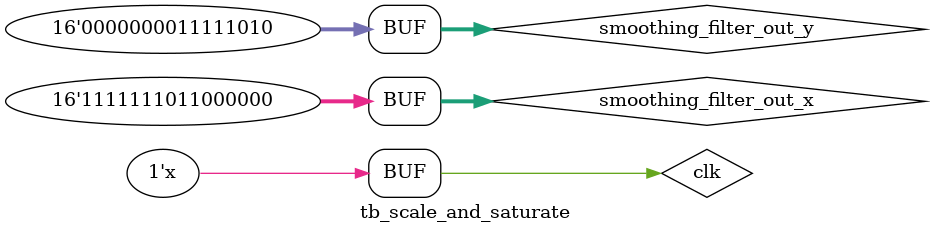
<source format=v>
module tb_scale_and_saturate ();
	
	reg clk;
	reg [15:0] smoothing_filter_out_x;
	reg [15:0] smoothing_filter_out_y;
	
	wire [9:0] pixel_x_sat;
	wire [8:0] pixel_y_sat;
	
	scale_and_saturate UUT (
		.clk(clk),
		.smoothing_filter_out_x(smoothing_filter_out_x),
		.smoothing_filter_out_y(smoothing_filter_out_y),
		.pixel_x_sat(pixel_x_sat),
		.pixel_y_sat(pixel_y_sat)
	);
	
	initial begin 
		clk = 1'b0;
		smoothing_filter_out_x = 16'h0000;
		smoothing_filter_out_y = 16'h0000;
		
		#500
		
		smoothing_filter_out_x = 16'h00f9;
		
		#500
		
		smoothing_filter_out_y = 16'hffff;
		
		# 500
		
		smoothing_filter_out_y = 16'd200;
		smoothing_filter_out_x = 16'hfff5;
		
		#500 
		
		smoothing_filter_out_x = 16'hfec0; // -320
		smoothing_filter_out_y = 16'd250;
	end
	
	always clk = #100 ~clk;
	always @ (posedge clk)
		$write("smoothing_filter_out_x = %d, smoothing_filter_out_y = %d, pixel_x_sat = %d, pixel_y_sat = %d \n", smoothing_filter_out_x, smoothing_filter_out_y, pixel_x_sat, pixel_y_sat);
endmodule
</source>
